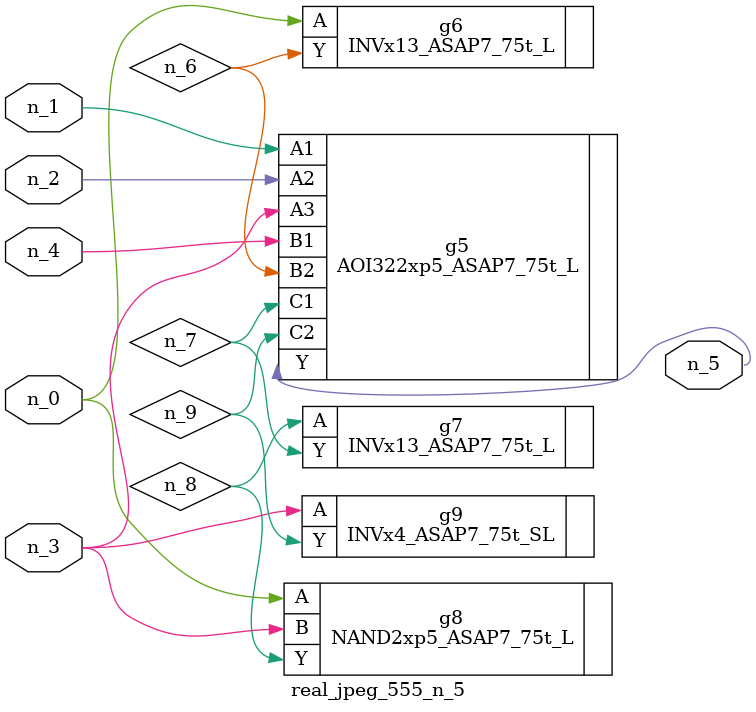
<source format=v>
module real_jpeg_555_n_5 (n_4, n_0, n_1, n_2, n_3, n_5);

input n_4;
input n_0;
input n_1;
input n_2;
input n_3;

output n_5;

wire n_8;
wire n_6;
wire n_7;
wire n_9;

INVx13_ASAP7_75t_L g6 ( 
.A(n_0),
.Y(n_6)
);

NAND2xp5_ASAP7_75t_L g8 ( 
.A(n_0),
.B(n_3),
.Y(n_8)
);

AOI322xp5_ASAP7_75t_L g5 ( 
.A1(n_1),
.A2(n_2),
.A3(n_3),
.B1(n_4),
.B2(n_6),
.C1(n_7),
.C2(n_9),
.Y(n_5)
);

INVx4_ASAP7_75t_SL g9 ( 
.A(n_3),
.Y(n_9)
);

INVx13_ASAP7_75t_L g7 ( 
.A(n_8),
.Y(n_7)
);


endmodule
</source>
